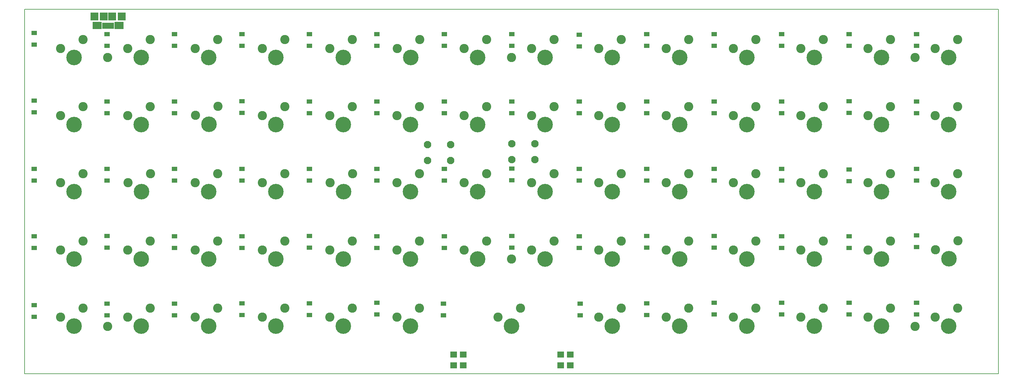
<source format=gbr>
G04 #@! TF.GenerationSoftware,KiCad,Pcbnew,5.0.0-rc2-unknown-f785d27~65~ubuntu16.04.1*
G04 #@! TF.CreationDate,2018-08-02T21:25:33-05:00*
G04 #@! TF.ProjectId,keebee,6B65656265652E6B696361645F706362,rev?*
G04 #@! TF.SameCoordinates,Original*
G04 #@! TF.FileFunction,Soldermask,Top*
G04 #@! TF.FilePolarity,Negative*
%FSLAX46Y46*%
G04 Gerber Fmt 4.6, Leading zero omitted, Abs format (unit mm)*
G04 Created by KiCad (PCBNEW 5.0.0-rc2-unknown-f785d27~65~ubuntu16.04.1) date Thu Aug  2 21:25:33 2018*
%MOMM*%
%LPD*%
G01*
G04 APERTURE LIST*
%ADD10C,0.150000*%
%ADD11C,2.600000*%
%ADD12C,4.400000*%
%ADD13R,0.800000X1.750000*%
%ADD14R,2.300000X2.300000*%
%ADD15R,2.500000X2.000000*%
%ADD16R,1.900000X1.700000*%
%ADD17R,1.600000X1.300000*%
%ADD18C,2.100000*%
G04 APERTURE END LIST*
D10*
X301500000Y-20500000D02*
X301500000Y-123500000D01*
X26500000Y-123500000D02*
X301500000Y-123500000D01*
X26500000Y-20500000D02*
X301500000Y-20500000D01*
X26500000Y-20500000D02*
X26500000Y-123500000D01*
D11*
G04 #@! TO.C,REF\002A\002A*
X49974500Y-34124900D03*
G04 #@! TD*
G04 #@! TO.C,SW64*
X271040000Y-86000000D03*
X264690000Y-88540000D03*
D12*
X268500000Y-91080000D03*
G04 #@! TD*
D13*
G04 #@! TO.C,J1*
X51338000Y-25182000D03*
X50688000Y-25182000D03*
X50038000Y-25182000D03*
X49388000Y-25182000D03*
X48738000Y-25182000D03*
D14*
X51238000Y-22532000D03*
X48838000Y-22532000D03*
X53888000Y-22532000D03*
D15*
X53138000Y-25082000D03*
X46938000Y-25082000D03*
D14*
X46188000Y-22532000D03*
G04 #@! TD*
D11*
G04 #@! TO.C,SW1*
X43000000Y-29000000D03*
X36650000Y-31540000D03*
D12*
X40460000Y-34080000D03*
G04 #@! TD*
D16*
G04 #@! TO.C,D1*
X147668000Y-118110000D03*
X150368000Y-118110000D03*
G04 #@! TD*
D17*
G04 #@! TO.C,D2*
X29210000Y-27180000D03*
X29210000Y-30480000D03*
G04 #@! TD*
G04 #@! TO.C,D3*
X29210000Y-49650000D03*
X29210000Y-46350000D03*
G04 #@! TD*
G04 #@! TO.C,D4*
X29210000Y-68960000D03*
X29210000Y-65660000D03*
G04 #@! TD*
G04 #@! TO.C,D5*
X29210000Y-84710000D03*
X29210000Y-88010000D03*
G04 #@! TD*
G04 #@! TO.C,D6*
X29210000Y-104140000D03*
X29210000Y-107440000D03*
G04 #@! TD*
G04 #@! TO.C,D7*
X49784000Y-27560000D03*
X49784000Y-30860000D03*
G04 #@! TD*
G04 #@! TO.C,D8*
X49784000Y-46610000D03*
X49784000Y-49910000D03*
G04 #@! TD*
G04 #@! TO.C,D9*
X49784000Y-65660000D03*
X49784000Y-68960000D03*
G04 #@! TD*
G04 #@! TO.C,D10*
X49784000Y-84584000D03*
X49784000Y-87884000D03*
G04 #@! TD*
G04 #@! TO.C,D11*
X49784000Y-107060000D03*
X49784000Y-103760000D03*
G04 #@! TD*
G04 #@! TO.C,D12*
X68834000Y-30860000D03*
X68834000Y-27560000D03*
G04 #@! TD*
G04 #@! TO.C,D13*
X68834000Y-49910000D03*
X68834000Y-46610000D03*
G04 #@! TD*
G04 #@! TO.C,D14*
X68834000Y-65660000D03*
X68834000Y-68960000D03*
G04 #@! TD*
G04 #@! TO.C,D15*
X68834000Y-88010000D03*
X68834000Y-84710000D03*
G04 #@! TD*
G04 #@! TO.C,D16*
X68834000Y-107060000D03*
X68834000Y-103760000D03*
G04 #@! TD*
G04 #@! TO.C,D17*
X87884000Y-27560000D03*
X87884000Y-30860000D03*
G04 #@! TD*
G04 #@! TO.C,D18*
X87884000Y-46482000D03*
X87884000Y-49782000D03*
G04 #@! TD*
G04 #@! TO.C,D19*
X87884000Y-68960000D03*
X87884000Y-65660000D03*
G04 #@! TD*
G04 #@! TO.C,D20*
X87884000Y-84710000D03*
X87884000Y-88010000D03*
G04 #@! TD*
G04 #@! TO.C,D21*
X87884000Y-106934000D03*
X87884000Y-103634000D03*
G04 #@! TD*
G04 #@! TO.C,D22*
X106934000Y-27560000D03*
X106934000Y-30860000D03*
G04 #@! TD*
G04 #@! TO.C,D23*
X106934000Y-49910000D03*
X106934000Y-46610000D03*
G04 #@! TD*
G04 #@! TO.C,D24*
X106934000Y-65660000D03*
X106934000Y-68960000D03*
G04 #@! TD*
G04 #@! TO.C,D25*
X106934000Y-84582000D03*
X106934000Y-87882000D03*
G04 #@! TD*
G04 #@! TO.C,D26*
X106934000Y-106932000D03*
X106934000Y-103632000D03*
G04 #@! TD*
G04 #@! TO.C,D27*
X125984000Y-30860000D03*
X125984000Y-27560000D03*
G04 #@! TD*
G04 #@! TO.C,D28*
X125984000Y-46610000D03*
X125984000Y-49910000D03*
G04 #@! TD*
G04 #@! TO.C,D29*
X125984000Y-65660000D03*
X125984000Y-68960000D03*
G04 #@! TD*
G04 #@! TO.C,D30*
X125984000Y-88010000D03*
X125984000Y-84710000D03*
G04 #@! TD*
G04 #@! TO.C,D31*
X125984000Y-106806000D03*
X125984000Y-103506000D03*
G04 #@! TD*
G04 #@! TO.C,D32*
X145034000Y-30860000D03*
X145034000Y-27560000D03*
G04 #@! TD*
G04 #@! TO.C,D33*
X145034000Y-49910000D03*
X145034000Y-46610000D03*
G04 #@! TD*
G04 #@! TO.C,D34*
X145034000Y-68960000D03*
X145034000Y-65660000D03*
G04 #@! TD*
G04 #@! TO.C,D35*
X145034000Y-84710000D03*
X145034000Y-88010000D03*
G04 #@! TD*
G04 #@! TO.C,D36*
X144780000Y-103760000D03*
X144780000Y-107060000D03*
G04 #@! TD*
G04 #@! TO.C,D37*
X164084000Y-30860000D03*
X164084000Y-27560000D03*
G04 #@! TD*
G04 #@! TO.C,D38*
X164084000Y-46610000D03*
X164084000Y-49910000D03*
G04 #@! TD*
G04 #@! TO.C,D39*
X164084000Y-68832000D03*
X164084000Y-65532000D03*
G04 #@! TD*
G04 #@! TO.C,D40*
X164084000Y-87882000D03*
X164084000Y-84582000D03*
G04 #@! TD*
D16*
G04 #@! TO.C,D41*
X177894000Y-118110000D03*
X180594000Y-118110000D03*
G04 #@! TD*
D17*
G04 #@! TO.C,D42*
X183134000Y-30986000D03*
X183134000Y-27686000D03*
G04 #@! TD*
G04 #@! TO.C,D43*
X183134000Y-46610000D03*
X183134000Y-49910000D03*
G04 #@! TD*
G04 #@! TO.C,D44*
X183134000Y-65660000D03*
X183134000Y-68960000D03*
G04 #@! TD*
G04 #@! TO.C,D45*
X183134000Y-88010000D03*
X183134000Y-84710000D03*
G04 #@! TD*
G04 #@! TO.C,D46*
X183388000Y-107060000D03*
X183388000Y-103760000D03*
G04 #@! TD*
G04 #@! TO.C,D47*
X202184000Y-27560000D03*
X202184000Y-30860000D03*
G04 #@! TD*
G04 #@! TO.C,D48*
X202184000Y-46610000D03*
X202184000Y-49910000D03*
G04 #@! TD*
G04 #@! TO.C,D49*
X202184000Y-65660000D03*
X202184000Y-68960000D03*
G04 #@! TD*
G04 #@! TO.C,D50*
X202184000Y-87882000D03*
X202184000Y-84582000D03*
G04 #@! TD*
G04 #@! TO.C,D51*
X202184000Y-103632000D03*
X202184000Y-106932000D03*
G04 #@! TD*
G04 #@! TO.C,D52*
X221234000Y-27560000D03*
X221234000Y-30860000D03*
G04 #@! TD*
G04 #@! TO.C,D53*
X221234000Y-49910000D03*
X221234000Y-46610000D03*
G04 #@! TD*
G04 #@! TO.C,D54*
X221234000Y-68960000D03*
X221234000Y-65660000D03*
G04 #@! TD*
G04 #@! TO.C,D55*
X221234000Y-87882000D03*
X221234000Y-84582000D03*
G04 #@! TD*
G04 #@! TO.C,D56*
X221234000Y-106806000D03*
X221234000Y-103506000D03*
G04 #@! TD*
G04 #@! TO.C,D57*
X240284000Y-30860000D03*
X240284000Y-27560000D03*
G04 #@! TD*
G04 #@! TO.C,D58*
X240284000Y-46610000D03*
X240284000Y-49910000D03*
G04 #@! TD*
G04 #@! TO.C,D59*
X240284000Y-65660000D03*
X240284000Y-68960000D03*
G04 #@! TD*
G04 #@! TO.C,D60*
X240284000Y-88010000D03*
X240284000Y-84710000D03*
G04 #@! TD*
G04 #@! TO.C,D61*
X240284000Y-103506000D03*
X240284000Y-106806000D03*
G04 #@! TD*
G04 #@! TO.C,D62*
X259334000Y-27560000D03*
X259334000Y-30860000D03*
G04 #@! TD*
G04 #@! TO.C,D63*
X259334000Y-46482000D03*
X259334000Y-49782000D03*
G04 #@! TD*
G04 #@! TO.C,D64*
X259334000Y-69086000D03*
X259334000Y-65786000D03*
G04 #@! TD*
G04 #@! TO.C,D65*
X259334000Y-84710000D03*
X259334000Y-88010000D03*
G04 #@! TD*
G04 #@! TO.C,D66*
X259334000Y-106806000D03*
X259334000Y-103506000D03*
G04 #@! TD*
G04 #@! TO.C,D67*
X278384000Y-27560000D03*
X278384000Y-30860000D03*
G04 #@! TD*
G04 #@! TO.C,D68*
X278384000Y-49910000D03*
X278384000Y-46610000D03*
G04 #@! TD*
G04 #@! TO.C,D69*
X278384000Y-68960000D03*
X278384000Y-65660000D03*
G04 #@! TD*
G04 #@! TO.C,D70*
X278384000Y-87756000D03*
X278384000Y-84456000D03*
G04 #@! TD*
G04 #@! TO.C,D71*
X278384000Y-103506000D03*
X278384000Y-106806000D03*
G04 #@! TD*
D16*
G04 #@! TO.C,R1*
X177894000Y-121158000D03*
X180594000Y-121158000D03*
G04 #@! TD*
G04 #@! TO.C,R2*
X147668000Y-121158000D03*
X150368000Y-121158000D03*
G04 #@! TD*
D12*
G04 #@! TO.C,SW2*
X40460000Y-53080000D03*
D11*
X36650000Y-50540000D03*
X43000000Y-48000000D03*
G04 #@! TD*
G04 #@! TO.C,SW3*
X43000000Y-67000000D03*
X36650000Y-69540000D03*
D12*
X40460000Y-72080000D03*
G04 #@! TD*
G04 #@! TO.C,SW4*
X40460000Y-91080000D03*
D11*
X36650000Y-88540000D03*
X43000000Y-86000000D03*
G04 #@! TD*
G04 #@! TO.C,SW5*
X43000000Y-105000000D03*
X36650000Y-107540000D03*
D12*
X40460000Y-110080000D03*
G04 #@! TD*
G04 #@! TO.C,SW6*
X59460000Y-34080000D03*
D11*
X55650000Y-31540000D03*
X62000000Y-29000000D03*
G04 #@! TD*
G04 #@! TO.C,SW7*
X62000000Y-48000000D03*
X55650000Y-50540000D03*
D12*
X59460000Y-53080000D03*
G04 #@! TD*
G04 #@! TO.C,SW8*
X59500000Y-72080000D03*
D11*
X55690000Y-69540000D03*
X62040000Y-67000000D03*
G04 #@! TD*
G04 #@! TO.C,SW9*
X62000000Y-86000000D03*
X55650000Y-88540000D03*
D12*
X59460000Y-91080000D03*
G04 #@! TD*
G04 #@! TO.C,SW10*
X59460000Y-110080000D03*
D11*
X55650000Y-107540000D03*
X62000000Y-105000000D03*
G04 #@! TD*
G04 #@! TO.C,SW11*
X81000000Y-29000000D03*
X74650000Y-31540000D03*
D12*
X78460000Y-34080000D03*
G04 #@! TD*
G04 #@! TO.C,SW12*
X78560000Y-53040000D03*
D11*
X74750000Y-50500000D03*
X81100000Y-47960000D03*
G04 #@! TD*
G04 #@! TO.C,SW13*
X81040000Y-67000000D03*
X74690000Y-69540000D03*
D12*
X78500000Y-72080000D03*
G04 #@! TD*
G04 #@! TO.C,SW14*
X78460000Y-91080000D03*
D11*
X74650000Y-88540000D03*
X81000000Y-86000000D03*
G04 #@! TD*
G04 #@! TO.C,SW15*
X81000000Y-105000000D03*
X74650000Y-107540000D03*
D12*
X78460000Y-110080000D03*
G04 #@! TD*
G04 #@! TO.C,SW16*
X97460000Y-34080000D03*
D11*
X93650000Y-31540000D03*
X100000000Y-29000000D03*
G04 #@! TD*
G04 #@! TO.C,SW17*
X100000000Y-48000000D03*
X93650000Y-50540000D03*
D12*
X97460000Y-53080000D03*
G04 #@! TD*
G04 #@! TO.C,SW18*
X97460000Y-72080000D03*
D11*
X93650000Y-69540000D03*
X100000000Y-67000000D03*
G04 #@! TD*
G04 #@! TO.C,SW19*
X100000000Y-86000000D03*
X93650000Y-88540000D03*
D12*
X97460000Y-91080000D03*
G04 #@! TD*
G04 #@! TO.C,SW20*
X97460000Y-110080000D03*
D11*
X93650000Y-107540000D03*
X100000000Y-105000000D03*
G04 #@! TD*
G04 #@! TO.C,SW21*
X119000000Y-29000000D03*
X112650000Y-31540000D03*
D12*
X116460000Y-34080000D03*
G04 #@! TD*
G04 #@! TO.C,SW22*
X116460000Y-53080000D03*
D11*
X112650000Y-50540000D03*
X119000000Y-48000000D03*
G04 #@! TD*
G04 #@! TO.C,SW23*
X119100000Y-66960000D03*
X112750000Y-69500000D03*
D12*
X116560000Y-72040000D03*
G04 #@! TD*
G04 #@! TO.C,SW24*
X116460000Y-91080000D03*
D11*
X112650000Y-88540000D03*
X119000000Y-86000000D03*
G04 #@! TD*
G04 #@! TO.C,SW25*
X119000000Y-105000000D03*
X112650000Y-107540000D03*
D12*
X116460000Y-110080000D03*
G04 #@! TD*
D11*
G04 #@! TO.C,SW26*
X138100000Y-29000000D03*
X131750000Y-31540000D03*
D12*
X135560000Y-34080000D03*
G04 #@! TD*
G04 #@! TO.C,SW27*
X135460000Y-53080000D03*
D11*
X131650000Y-50540000D03*
X138000000Y-48000000D03*
G04 #@! TD*
G04 #@! TO.C,SW28*
X138000000Y-67000000D03*
X131650000Y-69540000D03*
D12*
X135460000Y-72080000D03*
G04 #@! TD*
D11*
G04 #@! TO.C,SW29*
X138000000Y-86000000D03*
X131650000Y-88540000D03*
D12*
X135460000Y-91080000D03*
G04 #@! TD*
G04 #@! TO.C,SW30*
X135460000Y-110080000D03*
D11*
X131650000Y-107540000D03*
X138000000Y-105000000D03*
G04 #@! TD*
D12*
G04 #@! TO.C,SW31*
X154460000Y-34080000D03*
D11*
X150650000Y-31540000D03*
X157000000Y-29000000D03*
G04 #@! TD*
G04 #@! TO.C,SW32*
X157000000Y-48000000D03*
X150650000Y-50540000D03*
D12*
X154460000Y-53080000D03*
G04 #@! TD*
G04 #@! TO.C,SW33*
X154460000Y-72080000D03*
D11*
X150650000Y-69540000D03*
X157000000Y-67000000D03*
G04 #@! TD*
D12*
G04 #@! TO.C,SW34*
X154460000Y-91080000D03*
D11*
X150650000Y-88540000D03*
X157000000Y-86000000D03*
G04 #@! TD*
D12*
G04 #@! TO.C,SW35*
X163960000Y-110080000D03*
D11*
X160150000Y-107540000D03*
X166500000Y-105000000D03*
G04 #@! TD*
D12*
G04 #@! TO.C,SW36*
X173460000Y-34080000D03*
D11*
X169650000Y-31540000D03*
X176000000Y-29000000D03*
G04 #@! TD*
G04 #@! TO.C,SW37*
X176000000Y-48000000D03*
X169650000Y-50540000D03*
D12*
X173460000Y-53080000D03*
G04 #@! TD*
G04 #@! TO.C,SW38*
X173460000Y-72080000D03*
D11*
X169650000Y-69540000D03*
X176000000Y-67000000D03*
G04 #@! TD*
G04 #@! TO.C,SW39*
X176000000Y-86000000D03*
X169650000Y-88540000D03*
D12*
X173460000Y-91080000D03*
G04 #@! TD*
D18*
G04 #@! TO.C,SW_RST*
X146812000Y-58746000D03*
X140312000Y-58746000D03*
X146812000Y-63246000D03*
X140312000Y-63246000D03*
G04 #@! TD*
D12*
G04 #@! TO.C,SW41*
X192460000Y-34080000D03*
D11*
X188650000Y-31540000D03*
X195000000Y-29000000D03*
G04 #@! TD*
G04 #@! TO.C,SW42*
X195000000Y-48000000D03*
X188650000Y-50540000D03*
D12*
X192460000Y-53080000D03*
G04 #@! TD*
G04 #@! TO.C,SW43*
X192460000Y-72080000D03*
D11*
X188650000Y-69540000D03*
X195000000Y-67000000D03*
G04 #@! TD*
G04 #@! TO.C,SW44*
X195000000Y-86000000D03*
X188650000Y-88540000D03*
D12*
X192460000Y-91080000D03*
G04 #@! TD*
G04 #@! TO.C,SW45*
X192460000Y-110080000D03*
D11*
X188650000Y-107540000D03*
X195000000Y-105000000D03*
G04 #@! TD*
G04 #@! TO.C,SW46*
X214000000Y-29000000D03*
X207650000Y-31540000D03*
D12*
X211460000Y-34080000D03*
G04 #@! TD*
D11*
G04 #@! TO.C,SW47*
X214000000Y-48000000D03*
X207650000Y-50540000D03*
D12*
X211460000Y-53080000D03*
G04 #@! TD*
D11*
G04 #@! TO.C,SW48*
X214000000Y-67000000D03*
X207650000Y-69540000D03*
D12*
X211460000Y-72080000D03*
G04 #@! TD*
G04 #@! TO.C,SW49*
X211460000Y-91080000D03*
D11*
X207650000Y-88540000D03*
X214000000Y-86000000D03*
G04 #@! TD*
D12*
G04 #@! TO.C,SW50*
X211460000Y-110080000D03*
D11*
X207650000Y-107540000D03*
X214000000Y-105000000D03*
G04 #@! TD*
D12*
G04 #@! TO.C,SW51*
X230460000Y-34080000D03*
D11*
X226650000Y-31540000D03*
X233000000Y-29000000D03*
G04 #@! TD*
G04 #@! TO.C,SW52*
X233000000Y-48000000D03*
X226650000Y-50540000D03*
D12*
X230460000Y-53080000D03*
G04 #@! TD*
D11*
G04 #@! TO.C,SW53*
X233000000Y-67000000D03*
X226650000Y-69540000D03*
D12*
X230460000Y-72080000D03*
G04 #@! TD*
D11*
G04 #@! TO.C,SW54*
X233000000Y-86000000D03*
X226650000Y-88540000D03*
D12*
X230460000Y-91080000D03*
G04 #@! TD*
D11*
G04 #@! TO.C,SW55*
X233000000Y-105000000D03*
X226650000Y-107540000D03*
D12*
X230460000Y-110080000D03*
G04 #@! TD*
D11*
G04 #@! TO.C,SW56*
X252000000Y-29000000D03*
X245650000Y-31540000D03*
D12*
X249460000Y-34080000D03*
G04 #@! TD*
D11*
G04 #@! TO.C,SW57*
X252000000Y-48000000D03*
X245650000Y-50540000D03*
D12*
X249460000Y-53080000D03*
G04 #@! TD*
G04 #@! TO.C,SW58*
X249460000Y-72080000D03*
D11*
X245650000Y-69540000D03*
X252000000Y-67000000D03*
G04 #@! TD*
D12*
G04 #@! TO.C,SW59*
X249460000Y-91080000D03*
D11*
X245650000Y-88540000D03*
X252000000Y-86000000D03*
G04 #@! TD*
D12*
G04 #@! TO.C,SW60*
X249460000Y-110080000D03*
D11*
X245650000Y-107540000D03*
X252000000Y-105000000D03*
G04 #@! TD*
G04 #@! TO.C,SW61*
X271000000Y-29000000D03*
X264650000Y-31540000D03*
D12*
X268460000Y-34080000D03*
G04 #@! TD*
G04 #@! TO.C,SW62*
X268460000Y-53080000D03*
D11*
X264650000Y-50540000D03*
X271000000Y-48000000D03*
G04 #@! TD*
D12*
G04 #@! TO.C,SW63*
X268460000Y-72080000D03*
D11*
X264650000Y-69540000D03*
X271000000Y-67000000D03*
G04 #@! TD*
D12*
G04 #@! TO.C,SW65*
X268460000Y-110080000D03*
D11*
X264650000Y-107540000D03*
X271000000Y-105000000D03*
G04 #@! TD*
G04 #@! TO.C,SW66*
X290000000Y-29000000D03*
X283650000Y-31540000D03*
D12*
X287460000Y-34080000D03*
G04 #@! TD*
G04 #@! TO.C,SW67*
X287460000Y-53080000D03*
D11*
X283650000Y-50540000D03*
X290000000Y-48000000D03*
G04 #@! TD*
D12*
G04 #@! TO.C,SW68*
X287460000Y-72080000D03*
D11*
X283650000Y-69540000D03*
X290000000Y-67000000D03*
G04 #@! TD*
D12*
G04 #@! TO.C,SW69*
X287500000Y-91000000D03*
D11*
X283690000Y-88460000D03*
X290040000Y-85920000D03*
G04 #@! TD*
G04 #@! TO.C,SW70*
X290000000Y-105000000D03*
X283650000Y-107540000D03*
D12*
X287460000Y-110080000D03*
G04 #@! TD*
D18*
G04 #@! TO.C,SW_BOOT0*
X164084000Y-62992000D03*
X170584000Y-62992000D03*
X164084000Y-58492000D03*
X170584000Y-58492000D03*
G04 #@! TD*
D11*
G04 #@! TO.C,REF\002A\002A*
X49974500Y-110121700D03*
G04 #@! TD*
G04 #@! TO.C,REF\002A\002A*
X163982400Y-34137600D03*
G04 #@! TD*
G04 #@! TO.C,REF\002A\002A*
X163969700Y-91135200D03*
G04 #@! TD*
G04 #@! TO.C,REF\002A\002A*
X277977600Y-34124900D03*
G04 #@! TD*
G04 #@! TO.C,REF\002A\002A*
X277964900Y-110121700D03*
G04 #@! TD*
M02*

</source>
